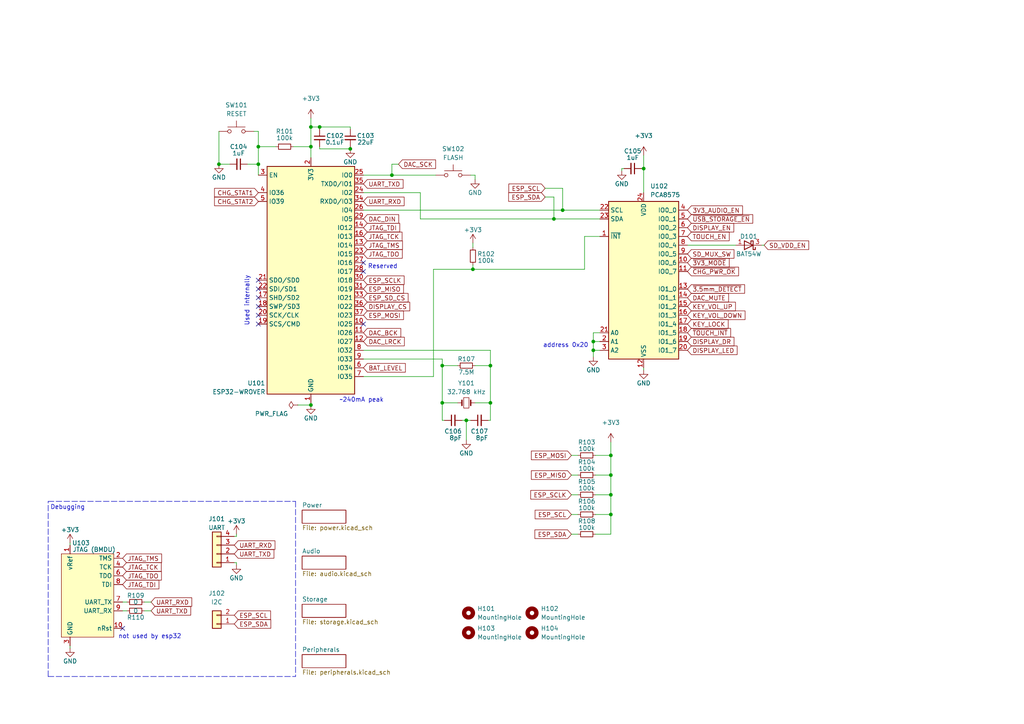
<source format=kicad_sch>
(kicad_sch (version 20211123) (generator eeschema)
  (paper "A4")
  (title_block (date "2022-09-04") (rev "1"))
  (lib_symbols
    (symbol "Connector_Generic:Conn_01x02" (pin_names (offset 1.016) hide)
      (property "Reference" "J" (at 0 2.54 0))
      (property "Value" "Conn_01x02" (at 0 -5.08 0))
      (symbol "Conn_01x02_1_1"
        (rectangle (start -1.27 -2.413) (end 0 -2.667) (stroke (width 0.1524)))
        (rectangle (start -1.27 0.127) (end 0 -0.127) (stroke (width 0.1524)))
        (rectangle (start -1.27 1.27) (end 1.27 -3.81) (stroke (width 0.254)) (fill (type background)))
        (pin passive line (at -5.08 0 0) (length 3.81) (name "Pin_1") (number "1"))
        (pin passive line (at -5.08 -2.54 0) (length 3.81) (name "Pin_2") (number "2"))
      )
    )
    (symbol "Connector_Generic:Conn_01x04" (pin_names (offset 1.016) hide)
      (property "Reference" "J" (at 0 5.08 0))
      (property "Value" "Conn_01x04" (at 0 -7.62 0))
      (symbol "Conn_01x04_1_1"
        (rectangle (start -1.27 -4.953) (end 0 -5.207) (stroke (width 0.1524)))
        (rectangle (start -1.27 -2.413) (end 0 -2.667) (stroke (width 0.1524)))
        (rectangle (start -1.27 0.127) (end 0 -0.127) (stroke (width 0.1524)))
        (rectangle (start -1.27 2.667) (end 0 2.413) (stroke (width 0.1524)))
        (rectangle (start -1.27 3.81) (end 1.27 -6.35) (stroke (width 0.254)) (fill (type background)))
        (pin passive line (at -5.08 2.54 0) (length 3.81) (name "Pin_1") (number "1"))
        (pin passive line (at -5.08 0 0) (length 3.81) (name "Pin_2") (number "2"))
        (pin passive line (at -5.08 -2.54 0) (length 3.81) (name "Pin_3") (number "3"))
        (pin passive line (at -5.08 -5.08 0) (length 3.81) (name "Pin_4") (number "4"))
      )
    )
    (symbol "Device:C_Small" (pin_numbers hide) (pin_names (offset 0.254) hide)
      (property "Reference" "C" (at 0.254 1.778 0))
      (property "Value" "C_Small" (at 0.254 -2.032 0))
      (symbol "C_Small_0_1"
        (polyline (pts (xy -1.524 -0.508) (xy 1.524 -0.508)) (stroke (width 0.3302)))
        (polyline (pts (xy -1.524 0.508) (xy 1.524 0.508)) (stroke (width 0.3048)))
      )
      (symbol "C_Small_1_1"
        (pin passive line (at 0 2.54 270) (length 2.032) (name "~") (number "1"))
        (pin passive line (at 0 -2.54 90) (length 2.032) (name "~") (number "2"))
      )
    )
    (symbol "Device:Crystal_Small" (pin_numbers hide) (pin_names (offset 1.016) hide)
      (property "Reference" "Y" (at 0 2.54 0))
      (property "Value" "Crystal_Small" (at 0 -2.54 0))
      (symbol "Crystal_Small_0_1"
        (rectangle (start -0.762 -1.524) (end 0.762 1.524))
        (polyline (pts (xy -1.27 -0.762) (xy -1.27 0.762)) (stroke (width 0.381)))
        (polyline (pts (xy 1.27 -0.762) (xy 1.27 0.762)) (stroke (width 0.381)))
      )
      (symbol "Crystal_Small_1_1"
        (pin passive line (at -2.54 0 0) (length 1.27) (name "1") (number "1"))
        (pin passive line (at 2.54 0 180) (length 1.27) (name "2") (number "2"))
      )
    )
    (symbol "Device:R_Small" (pin_numbers hide) (pin_names (offset 0.254) hide)
      (property "Reference" "R" (at 0.762 0.508 0))
      (property "Value" "R_Small" (at 0.762 -1.016 0))
      (symbol "R_Small_0_1"
        (rectangle (start -0.762 1.778) (end 0.762 -1.778) (stroke (width 0.2032)))
      )
      (symbol "R_Small_1_1"
        (pin passive line (at 0 2.54 270) (length 0.762) (name "~") (number "1"))
        (pin passive line (at 0 -2.54 90) (length 0.762) (name "~") (number "2"))
      )
    )
    (symbol "Diode:BAT54W" (pin_names (offset 1.016) hide)
      (property "Reference" "D" (at 0 2.54 0))
      (property "Value" "BAT54W" (at 0 -2.54 0))
      (symbol "BAT54W_0_1"
        (polyline (pts (xy 1.27 0) (xy -1.27 0)))
        (polyline (pts (xy 1.27 1.27) (xy 1.27 -1.27) (xy -1.27 0) (xy 1.27 1.27)) (stroke (width 0.254)))
        (polyline (pts (xy -1.905 0.635) (xy -1.905 1.27) (xy -1.27 1.27) (xy -1.27 -1.27) (xy -0.635 -1.27) (xy -0.635 -0.635)) (stroke (width 0.254)))
      )
      (symbol "BAT54W_1_1"
        (pin passive line (at 3.81 0 180) (length 2.54) (name "A") (number "1"))
        (pin no_connect line (at 0 0 90) (length 2.54) hide (name "NC") (number "2"))
        (pin passive line (at -3.81 0 0) (length 2.54) (name "K") (number "3"))
      )
    )
    (symbol "Interface_Expansion:PCA9555D"
      (property "Reference" "U" (at -8.89 24.13 0))
      (property "Value" "PCA9555D" (at 6.35 24.13 0))
      (symbol "PCA9555D_0_1"
        (rectangle (start -10.16 22.86) (end 10.16 -22.86) (stroke (width 0.254)) (fill (type background)))
      )
      (symbol "PCA9555D_1_1"
        (pin open_collector line (at -12.7 12.7 0) (length 2.54) (name "~{INT}") (number "1"))
        (pin bidirectional line (at 12.7 5.08 180) (length 2.54) (name "IO0_6") (number "10"))
        (pin bidirectional line (at 12.7 2.54 180) (length 2.54) (name "IO0_7") (number "11"))
        (pin power_in line (at 0 -25.4 90) (length 2.54) (name "VSS") (number "12"))
        (pin bidirectional line (at 12.7 -2.54 180) (length 2.54) (name "IO1_0") (number "13"))
        (pin bidirectional line (at 12.7 -5.08 180) (length 2.54) (name "IO1_1") (number "14"))
        (pin bidirectional line (at 12.7 -7.62 180) (length 2.54) (name "IO1_2") (number "15"))
        (pin bidirectional line (at 12.7 -10.16 180) (length 2.54) (name "IO1_3") (number "16"))
        (pin bidirectional line (at 12.7 -12.7 180) (length 2.54) (name "IO1_4") (number "17"))
        (pin bidirectional line (at 12.7 -15.24 180) (length 2.54) (name "IO1_5") (number "18"))
        (pin bidirectional line (at 12.7 -17.78 180) (length 2.54) (name "IO1_6") (number "19"))
        (pin input line (at -12.7 -17.78 0) (length 2.54) (name "A1") (number "2"))
        (pin bidirectional line (at 12.7 -20.32 180) (length 2.54) (name "IO1_7") (number "20"))
        (pin input line (at -12.7 -15.24 0) (length 2.54) (name "A0") (number "21"))
        (pin input line (at -12.7 20.32 0) (length 2.54) (name "SCL") (number "22"))
        (pin bidirectional line (at -12.7 17.78 0) (length 2.54) (name "SDA") (number "23"))
        (pin power_in line (at 0 25.4 270) (length 2.54) (name "VDD") (number "24"))
        (pin input line (at -12.7 -20.32 0) (length 2.54) (name "A2") (number "3"))
        (pin bidirectional line (at 12.7 20.32 180) (length 2.54) (name "IO0_0") (number "4"))
        (pin bidirectional line (at 12.7 17.78 180) (length 2.54) (name "IO0_1") (number "5"))
        (pin bidirectional line (at 12.7 15.24 180) (length 2.54) (name "IO0_2") (number "6"))
        (pin bidirectional line (at 12.7 12.7 180) (length 2.54) (name "IO0_3") (number "7"))
        (pin bidirectional line (at 12.7 10.16 180) (length 2.54) (name "IO0_4") (number "8"))
        (pin bidirectional line (at 12.7 7.62 180) (length 2.54) (name "IO0_5") (number "9"))
      )
    )
    (symbol "Mechanical:MountingHole" (pin_names (offset 1.016))
      (property "Reference" "H" (at 0 5.08 0))
      (property "Value" "MountingHole" (at 0 3.175 0))
      (symbol "MountingHole_0_1"
        (circle (center 0 0) (radius 1.27) (stroke (width 1.27)))
      )
    )
    (symbol "RF_Module:ESP32-WROOM-32U"
      (property "Reference" "U101" (at -18.415 -29.845 0))
      (property "Value" "ESP32-WROOM-32UE" (at -34.29 -32.385 0))
      (symbol "ESP32-WROOM-32U_0_1"
        (rectangle (start -12.7 33.02) (end 12.7 -33.02) (stroke (width 0.254)) (fill (type background)))
      )
      (symbol "ESP32-WROOM-32U_1_1"
        (pin power_in line (at 0 -35.56 90) (length 2.54) (name "GND") (number "1"))
        (pin bidirectional line (at 15.24 -12.7 180) (length 2.54) (name "IO25") (number "10"))
        (pin bidirectional line (at 15.24 -15.24 180) (length 2.54) (name "IO26") (number "11"))
        (pin bidirectional line (at 15.24 -17.78 180) (length 2.54) (name "IO27") (number "12"))
        (pin bidirectional line (at 15.24 10.16 180) (length 2.54) (name "IO14") (number "13"))
        (pin bidirectional line (at 15.24 15.24 180) (length 2.54) (name "IO12") (number "14"))
        (pin passive line (at 0 -35.56 90) (length 2.54) hide (name "GND") (number "15"))
        (pin bidirectional line (at 15.24 12.7 180) (length 2.54) (name "IO13") (number "16"))
        (pin bidirectional line (at -15.24 -5.08 0) (length 2.54) (name "SHD/SD2") (number "17"))
        (pin bidirectional line (at -15.24 -7.62 0) (length 2.54) (name "SWP/SD3") (number "18"))
        (pin bidirectional line (at -15.24 -12.7 0) (length 2.54) (name "SCS/CMD") (number "19"))
        (pin power_in line (at 0 35.56 270) (length 2.54) (name "3V3") (number "2"))
        (pin bidirectional line (at -15.24 -10.16 0) (length 2.54) (name "SCK/CLK") (number "20"))
        (pin bidirectional line (at -15.24 0 0) (length 2.54) (name "SDO/SD0") (number "21"))
        (pin bidirectional line (at -15.24 -2.54 0) (length 2.54) (name "SDI/SD1") (number "22"))
        (pin bidirectional line (at 15.24 7.62 180) (length 2.54) (name "IO15") (number "23"))
        (pin bidirectional line (at 15.24 25.4 180) (length 2.54) (name "IO2") (number "24"))
        (pin bidirectional line (at 15.24 30.48 180) (length 2.54) (name "IO0") (number "25"))
        (pin bidirectional line (at 15.24 20.32 180) (length 2.54) (name "IO4") (number "26"))
        (pin bidirectional line (at 15.24 5.08 180) (length 2.54) (name "IO16") (number "27"))
        (pin bidirectional line (at 15.24 2.54 180) (length 2.54) (name "IO17") (number "28"))
        (pin bidirectional line (at 15.24 17.78 180) (length 2.54) (name "IO5") (number "29"))
        (pin input line (at -15.24 30.48 0) (length 2.54) (name "EN") (number "3"))
        (pin bidirectional line (at 15.24 0 180) (length 2.54) (name "IO18") (number "30"))
        (pin bidirectional line (at 15.24 -2.54 180) (length 2.54) (name "IO19") (number "31"))
        (pin no_connect line (at -12.7 -27.94 0) (length 2.54) hide (name "NC") (number "32"))
        (pin bidirectional line (at 15.24 -5.08 180) (length 2.54) (name "IO21") (number "33"))
        (pin bidirectional line (at 15.24 22.86 180) (length 2.54) (name "RXD0/IO3") (number "34"))
        (pin bidirectional line (at 15.24 27.94 180) (length 2.54) (name "TXD0/IO1") (number "35"))
        (pin bidirectional line (at 15.24 -7.62 180) (length 2.54) (name "IO22") (number "36"))
        (pin bidirectional line (at 15.24 -10.16 180) (length 2.54) (name "IO23") (number "37"))
        (pin passive line (at 0 -35.56 90) (length 2.54) hide (name "GND") (number "38"))
        (pin passive line (at 0 -35.56 90) (length 2.54) hide (name "GND") (number "39"))
        (pin input line (at -15.24 25.4 0) (length 2.54) (name "IO36") (number "4"))
        (pin input line (at -15.24 22.86 0) (length 2.54) (name "IO39") (number "5"))
        (pin input line (at 15.24 -25.4 180) (length 2.54) (name "IO34") (number "6"))
        (pin input line (at 15.24 -27.94 180) (length 2.54) (name "IO35") (number "7"))
        (pin bidirectional line (at 15.24 -20.32 180) (length 2.54) (name "IO32") (number "8"))
        (pin bidirectional line (at 15.24 -22.86 180) (length 2.54) (name "IO33") (number "9"))
      )
    )
    (symbol "Switch:SW_Push" (pin_numbers hide) (pin_names (offset 1.016) hide)
      (property "Reference" "SW" (at 1.27 2.54 0))
      (property "Value" "SW_Push" (at 0 -1.524 0))
      (symbol "SW_Push_0_1"
        (circle (center -2.032 0) (radius 0.508))
        (polyline (pts (xy 0 1.27) (xy 0 3.048)))
        (polyline (pts (xy 2.54 1.27) (xy -2.54 1.27)))
        (circle (center 2.032 0) (radius 0.508))
        (pin passive line (at -5.08 0 0) (length 2.54) (name "1") (number "1"))
        (pin passive line (at 5.08 0 180) (length 2.54) (name "2") (number "2"))
      )
    )
    (symbol "power:+3V3" (power) (pin_names (offset 0))
      (property "Value" "+3V3" (at 0 3.556 0))
      (symbol "+3V3_0_1"
        (polyline (pts (xy -0.762 1.27) (xy 0 2.54)))
        (polyline (pts (xy 0 0) (xy 0 2.54)))
        (polyline (pts (xy 0 2.54) (xy 0.762 1.27)))
      )
      (symbol "+3V3_1_1"
        (pin power_in line (at 0 0 90) (length 0) hide (name "+3V3") (number "1"))
      )
    )
    (symbol "power:GND" (power) (pin_names (offset 0))
      (property "Value" "GND" (at 0 -3.81 0))
      (symbol "GND_0_1"
        (polyline (pts (xy 0 0) (xy 0 -1.27) (xy 1.27 -1.27) (xy 0 -2.54) (xy -1.27 -1.27) (xy 0 -1.27)))
      )
      (symbol "GND_1_1"
        (pin power_in line (at 0 0 270) (length 0) hide (name "GND") (number "1"))
      )
    )
    (symbol "power:PWR_FLAG" (power) (pin_numbers hide) (pin_names (offset 0) hide)
      (property "Value" "PWR_FLAG" (at 0 3.81 0))
      (symbol "PWR_FLAG_0_0"
        (pin power_out line (at 0 0 90) (length 0) (name "pwr") (number "1"))
      )
      (symbol "PWR_FLAG_0_1"
        (polyline (pts (xy 0 0) (xy 0 1.27) (xy -1.016 1.905) (xy 0 2.54) (xy 1.016 1.905) (xy 0 1.27)))
      )
    )
    (symbol "symbols:BMDU"
      (property "Reference" "U" (at -5.08 6.35 0))
      (property "Value" "BMDU" (at -5.08 6.35 0))
      (symbol "BMDU_0_0"
        (pin unspecified line (at -5.08 20.32 270) (length 2.54) (name "vRef") (number "1"))
        (pin unspecified line (at 10.16 -3.81 180) (length 2.54) (name "nRst") (number "10"))
        (pin unspecified line (at 10.16 16.51 180) (length 2.54) (name "TMS") (number "2"))
        (pin unspecified line (at -5.08 -8.89 90) (length 2.54) (name "GND") (number "3"))
        (pin unspecified line (at 10.16 13.97 180) (length 2.54) (name "TCK") (number "4"))
        (pin unspecified line (at -5.08 -8.89 90) (length 2.54) hide (name "GND") (number "5"))
        (pin unspecified line (at 10.16 11.43 180) (length 2.54) (name "TDO") (number "6"))
        (pin unspecified line (at 10.16 3.81 180) (length 2.54) (name "UART_TX") (number "7"))
        (pin unspecified line (at 10.16 8.89 180) (length 2.54) (name "TDI") (number "8"))
        (pin unspecified line (at 10.16 1.27 180) (length 2.54) (name "UART_RX") (number "9"))
      )
      (symbol "BMDU_0_1"
        (rectangle (start -7.62 17.78) (end 7.62 -6.35) (fill (type background)))
      )
    )
  )
  (junction (at 90.17 42.545))
  (junction (at 128.27 106.045))
  (junction (at 177.165 143.51))
  (junction (at 137.16 78.105))
  (junction (at 113.665 50.8))
  (junction (at 163.195 60.96))
  (junction (at 177.165 132.08))
  (junction (at 172.085 101.6))
  (junction (at 135.255 121.92))
  (junction (at 101.6 43.18))
  (junction (at 63.5 47.625))
  (junction (at 160.655 63.5))
  (junction (at 74.93 47.625))
  (junction (at 172.085 99.06))
  (junction (at 92.71 36.83))
  (junction (at 142.24 106.045))
  (junction (at 177.165 137.795))
  (junction (at 90.17 36.83))
  (junction (at 142.24 116.84))
  (junction (at 128.27 116.84))
  (junction (at 177.165 149.225))
  (junction (at 74.93 42.545))
  (junction (at 186.69 48.895))
  (junction (at 90.17 117.475))
  (no_connect (at 74.93 81.28))
  (no_connect (at 74.93 83.82))
  (no_connect (at 74.93 86.36))
  (no_connect (at 74.93 88.9))
  (no_connect (at 74.93 91.44))
  (no_connect (at 74.93 93.98))
  (no_connect (at 105.41 76.2))
  (no_connect (at 105.41 78.74))
  (no_connect (at 35.56 182.245))
  (no_connect (at 105.41 93.98))
  (wire (pts (xy 165.735 149.225) (xy 167.64 149.225)))
  (wire (pts (xy 173.99 99.06) (xy 172.085 99.06)))
  (wire (pts (xy 128.27 116.84) (xy 132.715 116.84)))
  (wire (pts (xy 172.72 149.225) (xy 177.165 149.225)))
  (wire (pts (xy 180.975 48.895) (xy 180.34 48.895)))
  (wire (pts (xy 142.24 106.045) (xy 142.24 116.84)))
  (wire (pts (xy 36.8151 177.165) (xy 35.56 177.165)))
  (wire (pts (xy 169.545 78.105) (xy 137.16 78.105)))
  (wire (pts (xy 113.665 47.625) (xy 113.665 50.8)))
  (wire (pts (xy 172.085 96.52) (xy 172.085 99.06)))
  (wire (pts (xy 172.72 132.08) (xy 177.165 132.08)))
  (wire (pts (xy 165.735 143.51) (xy 167.64 143.51)))
  (wire (pts (xy 73.66 38.1) (xy 74.93 38.1)))
  (wire (pts (xy 128.27 116.84) (xy 128.27 121.92)))
  (wire (pts (xy 137.795 50.8) (xy 137.795 52.07)))
  (wire (pts (xy 105.41 101.6) (xy 142.24 101.6)))
  (wire (pts (xy 92.71 42.545) (xy 92.71 43.18)))
  (wire (pts (xy 63.5 38.1) (xy 63.5 47.625)))
  (wire (pts (xy 105.41 104.14) (xy 128.27 104.14)))
  (wire (pts (xy 177.165 143.51) (xy 177.165 149.225)))
  (wire (pts (xy 90.17 36.83) (xy 90.17 42.545)))
  (wire (pts (xy 121.92 55.88) (xy 121.92 63.5)))
  (wire (pts (xy 85.09 42.545) (xy 90.17 42.545)))
  (wire (pts (xy 158.115 54.61) (xy 163.195 54.61)))
  (wire (pts (xy 105.41 55.88) (xy 121.92 55.88)))
  (wire (pts (xy 165.735 137.795) (xy 167.64 137.795)))
  (wire (pts (xy 74.93 38.1) (xy 74.93 42.545)))
  (wire (pts (xy 67.945 163.195) (xy 68.58 163.195)))
  (wire (pts (xy 165.735 132.08) (xy 167.64 132.08)))
  (wire (pts (xy 135.255 121.92) (xy 135.255 127.635)))
  (wire (pts (xy 71.755 47.625) (xy 74.93 47.625)))
  (wire (pts (xy 90.17 117.475) (xy 90.17 116.84)))
  (wire (pts (xy 74.93 42.545) (xy 74.93 47.625)))
  (wire (pts (xy 92.71 36.83) (xy 101.6 36.83)))
  (wire (pts (xy 20.32 157.48) (xy 20.32 158.115)))
  (wire (pts (xy 186.69 107.315) (xy 186.69 106.68)))
  (wire (pts (xy 36.83 174.625) (xy 35.56 174.625)))
  (wire (pts (xy 43.815 177.165) (xy 41.8951 177.165)))
  (polyline (pts (xy 13.97 196.215) (xy 13.97 145.415)))
  (wire (pts (xy 221.615 71.12) (xy 220.98 71.12)))
  (wire (pts (xy 177.165 128.27) (xy 177.165 132.08)))
  (wire (pts (xy 105.41 50.8) (xy 113.665 50.8)))
  (wire (pts (xy 142.24 101.6) (xy 142.24 106.045)))
  (wire (pts (xy 186.69 45.085) (xy 186.69 48.895)))
  (wire (pts (xy 172.72 143.51) (xy 177.165 143.51)))
  (wire (pts (xy 177.165 149.225) (xy 177.165 154.94)))
  (wire (pts (xy 177.165 154.94) (xy 172.72 154.94)))
  (wire (pts (xy 101.6 37.465) (xy 101.6 36.83)))
  (wire (pts (xy 115.57 47.625) (xy 113.665 47.625)))
  (wire (pts (xy 133.985 121.92) (xy 135.255 121.92)))
  (wire (pts (xy 90.17 42.545) (xy 90.17 45.72)))
  (wire (pts (xy 169.545 68.58) (xy 173.99 68.58)))
  (wire (pts (xy 128.27 106.045) (xy 132.715 106.045)))
  (wire (pts (xy 128.27 106.045) (xy 128.27 116.84)))
  (wire (pts (xy 136.525 50.8) (xy 137.795 50.8)))
  (wire (pts (xy 177.165 137.795) (xy 177.165 143.51)))
  (wire (pts (xy 68.58 154.94) (xy 68.58 155.575)))
  (wire (pts (xy 113.665 50.8) (xy 126.365 50.8)))
  (wire (pts (xy 163.195 60.96) (xy 173.99 60.96)))
  (wire (pts (xy 142.24 116.84) (xy 142.24 121.92)))
  (wire (pts (xy 169.545 68.58) (xy 169.545 78.105)))
  (wire (pts (xy 63.5 47.625) (xy 66.675 47.625)))
  (wire (pts (xy 105.41 60.96) (xy 163.195 60.96)))
  (wire (pts (xy 90.17 34.29) (xy 90.17 36.83)))
  (wire (pts (xy 128.27 104.14) (xy 128.27 106.045)))
  (wire (pts (xy 90.17 36.83) (xy 92.71 36.83)))
  (wire (pts (xy 92.71 43.18) (xy 101.6 43.18)))
  (wire (pts (xy 172.085 99.06) (xy 172.085 101.6)))
  (wire (pts (xy 213.36 71.12) (xy 199.39 71.12)))
  (wire (pts (xy 160.655 57.15) (xy 160.655 63.5)))
  (wire (pts (xy 105.41 109.22) (xy 125.73 109.22)))
  (wire (pts (xy 86.36 117.475) (xy 90.17 117.475)))
  (wire (pts (xy 74.93 47.625) (xy 74.93 50.8)))
  (wire (pts (xy 137.16 71.755) (xy 137.16 70.485)))
  (wire (pts (xy 80.01 42.545) (xy 74.93 42.545)))
  (wire (pts (xy 180.34 48.895) (xy 180.34 49.53)))
  (wire (pts (xy 137.795 106.045) (xy 142.24 106.045)))
  (polyline (pts (xy 13.97 145.415) (xy 85.725 145.415)))
  (wire (pts (xy 186.055 48.895) (xy 186.69 48.895)))
  (wire (pts (xy 172.72 137.795) (xy 177.165 137.795)))
  (wire (pts (xy 173.99 101.6) (xy 172.085 101.6)))
  (wire (pts (xy 186.69 48.895) (xy 186.69 55.88)))
  (wire (pts (xy 141.605 121.92) (xy 142.24 121.92)))
  (wire (pts (xy 135.255 121.92) (xy 136.525 121.92)))
  (wire (pts (xy 163.195 54.61) (xy 163.195 60.96)))
  (wire (pts (xy 160.655 63.5) (xy 173.99 63.5)))
  (wire (pts (xy 43.815 174.625) (xy 41.91 174.625)))
  (wire (pts (xy 68.58 155.575) (xy 67.945 155.575)))
  (wire (pts (xy 92.71 36.83) (xy 92.71 37.465)))
  (wire (pts (xy 158.115 57.15) (xy 160.655 57.15)))
  (wire (pts (xy 101.6 43.18) (xy 101.6 42.545)))
  (wire (pts (xy 125.73 78.105) (xy 125.73 109.22)))
  (wire (pts (xy 177.165 132.08) (xy 177.165 137.795)))
  (wire (pts (xy 172.085 101.6) (xy 172.085 103.505)))
  (wire (pts (xy 128.905 121.92) (xy 128.27 121.92)))
  (polyline (pts (xy 13.97 196.215) (xy 85.725 196.215)))
  (wire (pts (xy 121.92 63.5) (xy 160.655 63.5)))
  (wire (pts (xy 20.32 187.325) (xy 20.32 187.96)))
  (wire (pts (xy 137.16 76.835) (xy 137.16 78.105)))
  (polyline (pts (xy 85.725 145.415) (xy 85.725 196.215)))
  (wire (pts (xy 137.16 78.105) (xy 125.73 78.105)))
  (wire (pts (xy 165.735 154.94) (xy 167.64 154.94)))
  (wire (pts (xy 137.795 116.84) (xy 142.24 116.84)))
  (wire (pts (xy 68.58 163.195) (xy 68.58 163.83)))
  (wire (pts (xy 173.99 96.52) (xy 172.085 96.52)))
  (text "~240mA peak" (at 98.425 116.84 0) (effects (font (size 1.27 1.27)) (justify left bottom)))
  (text "not used by esp32" (at 34.29 185.42 0) (effects (font (size 1.27 1.27)) (justify left bottom)))
  (text "Used internally" (at 72.39 94.615 90) (effects (font (size 1.27 1.27)) (justify left bottom)))
  (text "address 0x20" (at 157.48 100.965 0) (effects (font (size 1.27 1.27)) (justify left bottom)))
  (text "Debugging" (at 14.605 147.955 0) (effects (font (size 1.27 1.27)) (justify left bottom)))
  (text "Reserved" (at 106.68 78.105 0) (effects (font (size 1.27 1.27)) (justify left bottom)))
  (global_label "UART_TXD" (shape input) (at 105.41 53.34 0) (property "Intersheet References" "${INTERSHEET_REFS}" (effects hide)))
  (global_label "CHG_STAT1" (shape input) (at 74.93 55.88 180) (property "Intersheet References" "${INTERSHEET_REFS}" (effects hide)))
  (global_label "JTAG_TDI" (shape input) (at 35.56 169.545 0) (property "Intersheet References" "${INTERSHEET_REFS}" (effects hide)))
  (global_label "JTAG_TCK" (shape input) (at 35.56 164.465 0) (property "Intersheet References" "${INTERSHEET_REFS}" (effects hide)))
  (global_label "JTAG_TDO" (shape input) (at 35.56 167.005 0) (property "Intersheet References" "${INTERSHEET_REFS}" (effects hide)))
  (global_label "KEY_VOL_DOWN" (shape input) (at 199.39 91.44 0) (property "Intersheet References" "${INTERSHEET_REFS}" (effects hide)))
  (global_label "DAC_LRCK" (shape input) (at 105.41 99.06 0) (property "Intersheet References" "${INTERSHEET_REFS}" (effects hide)))
  (global_label "BAT_LEVEL" (shape input) (at 105.41 106.68 0) (property "Intersheet References" "${INTERSHEET_REFS}" (effects hide)))
  (global_label "UART_RXD" (shape input) (at 67.945 158.115 0) (property "Intersheet References" "${INTERSHEET_REFS}" (effects hide)))
  (global_label "UART_RXD" (shape input) (at 105.41 58.42 0) (property "Intersheet References" "${INTERSHEET_REFS}" (effects hide)))
  (global_label "DAC_SCK" (shape input) (at 115.57 47.625 0) (property "Intersheet References" "${INTERSHEET_REFS}" (effects hide)))
  (global_label "ESP_MOSI" (shape input) (at 105.41 91.44 0) (property "Intersheet References" "${INTERSHEET_REFS}" (effects hide)))
  (global_label "DAC_BCK" (shape input) (at 105.41 96.52 0) (property "Intersheet References" "${INTERSHEET_REFS}" (effects hide)))
  (global_label "~{TOUCH_INT}" (shape input) (at 199.39 96.52 0) (property "Intersheet References" "${INTERSHEET_REFS}" (effects hide)))
  (global_label "DISPLAY_EN" (shape input) (at 199.39 66.04 0) (property "Intersheet References" "${INTERSHEET_REFS}" (effects hide)))
  (global_label "KEY_VOL_UP" (shape input) (at 199.39 88.9 0) (property "Intersheet References" "${INTERSHEET_REFS}" (effects hide)))
  (global_label "ESP_SCL" (shape input) (at 165.735 149.225 180) (property "Intersheet References" "${INTERSHEET_REFS}" (effects hide)))
  (global_label "ESP_SCL" (shape input) (at 67.945 178.435 0) (property "Intersheet References" "${INTERSHEET_REFS}" (effects hide)))
  (global_label "~{CHG_PWR_OK}" (shape input) (at 199.39 78.74 0) (property "Intersheet References" "${INTERSHEET_REFS}" (effects hide)))
  (global_label "ESP_SDA" (shape input) (at 165.735 154.94 180) (property "Intersheet References" "${INTERSHEET_REFS}" (effects hide)))
  (global_label "ESP_SD_CS" (shape input) (at 105.41 86.36 0) (property "Intersheet References" "${INTERSHEET_REFS}" (effects hide)))
  (global_label "3V3_AUDIO_EN" (shape input) (at 199.39 60.96 0) (property "Intersheet References" "${INTERSHEET_REFS}" (effects hide)))
  (global_label "JTAG_TCK" (shape input) (at 105.41 68.58 0) (property "Intersheet References" "${INTERSHEET_REFS}" (effects hide)))
  (global_label "UART_TXD" (shape input) (at 67.945 160.655 0) (property "Intersheet References" "${INTERSHEET_REFS}" (effects hide)))
  (global_label "ESP_SCLK" (shape input) (at 165.735 143.51 180) (property "Intersheet References" "${INTERSHEET_REFS}" (effects hide)))
  (global_label "DAC_MUTE" (shape input) (at 199.39 86.36 0) (property "Intersheet References" "${INTERSHEET_REFS}" (effects hide)))
  (global_label "JTAG_TDO" (shape input) (at 105.41 73.66 0) (property "Intersheet References" "${INTERSHEET_REFS}" (effects hide)))
  (global_label "SD_VDD_EN" (shape input) (at 221.615 71.12 0) (property "Intersheet References" "${INTERSHEET_REFS}" (effects hide)))
  (global_label "~{USB_STORAGE_EN}" (shape input) (at 199.39 63.5 0) (property "Intersheet References" "${INTERSHEET_REFS}" (effects hide)))
  (global_label "CHG_STAT2" (shape input) (at 74.93 58.42 180) (property "Intersheet References" "${INTERSHEET_REFS}" (effects hide)))
  (global_label "TOUCH_EN" (shape input) (at 199.39 68.58 0) (property "Intersheet References" "${INTERSHEET_REFS}" (effects hide)))
  (global_label "DISPLAY_LED" (shape input) (at 199.39 101.6 0) (property "Intersheet References" "${INTERSHEET_REFS}" (effects hide)))
  (global_label "ESP_MISO" (shape input) (at 105.41 83.82 0) (property "Intersheet References" "${INTERSHEET_REFS}" (effects hide)))
  (global_label "~{3.5mm_DETECT}" (shape input) (at 199.39 83.82 0) (property "Intersheet References" "${INTERSHEET_REFS}" (effects hide)))
  (global_label "DISPLAY_DR" (shape input) (at 199.39 99.06 0) (property "Intersheet References" "${INTERSHEET_REFS}" (effects hide)))
  (global_label "UART_TXD" (shape input) (at 43.815 177.165 0) (property "Intersheet References" "${INTERSHEET_REFS}" (effects hide)))
  (global_label "KEY_LOCK" (shape input) (at 199.39 93.98 0) (property "Intersheet References" "${INTERSHEET_REFS}" (effects hide)))
  (global_label "ESP_MOSI" (shape input) (at 165.735 132.08 180) (property "Intersheet References" "${INTERSHEET_REFS}" (effects hide)))
  (global_label "JTAG_TDI" (shape input) (at 105.41 66.04 0) (property "Intersheet References" "${INTERSHEET_REFS}" (effects hide)))
  (global_label "ESP_SCLK" (shape input) (at 105.41 81.28 0) (property "Intersheet References" "${INTERSHEET_REFS}" (effects hide)))
  (global_label "SD_MUX_SW" (shape input) (at 199.39 73.66 0) (property "Intersheet References" "${INTERSHEET_REFS}" (effects hide)))
  (global_label "DISPLAY_CS" (shape input) (at 105.41 88.9 0) (property "Intersheet References" "${INTERSHEET_REFS}" (effects hide)))
  (global_label "UART_RXD" (shape input) (at 43.815 174.625 0) (property "Intersheet References" "${INTERSHEET_REFS}" (effects hide)))
  (global_label "ESP_SDA" (shape input) (at 67.945 180.975 0) (property "Intersheet References" "${INTERSHEET_REFS}" (effects hide)))
  (global_label "JTAG_TMS" (shape input) (at 105.41 71.12 0) (property "Intersheet References" "${INTERSHEET_REFS}" (effects hide)))
  (global_label "~{3V3_MODE}" (shape input) (at 199.39 76.2 0) (property "Intersheet References" "${INTERSHEET_REFS}" (effects hide)))
  (global_label "ESP_SDA" (shape input) (at 158.115 57.15 180) (property "Intersheet References" "${INTERSHEET_REFS}" (effects hide)))
  (global_label "ESP_SCL" (shape input) (at 158.115 54.61 180) (property "Intersheet References" "${INTERSHEET_REFS}" (effects hide)))
  (global_label "DAC_DIN" (shape input) (at 105.41 63.5 0) (property "Intersheet References" "${INTERSHEET_REFS}" (effects hide)))
  (global_label "ESP_MISO" (shape input) (at 165.735 137.795 180) (property "Intersheet References" "${INTERSHEET_REFS}" (effects hide)))
  (global_label "JTAG_TMS" (shape input) (at 35.56 161.925 0) (property "Intersheet References" "${INTERSHEET_REFS}" (effects hide)))
  (symbol (lib_id "power:+3V3") (at 68.58 154.94 0) (unit 1)
    (property "Reference" "#PWR?" (effects hide))
    (property "Value" "+3V3" (at 68.58 151.13 0))
  )
  (symbol (lib_id "Switch:SW_Push") (at 68.58 38.1 0) (unit 1)
    (property "Reference" "SW101" (at 68.58 30.48 0))
    (property "Value" "RESET" (at 68.58 33.02 0))
    (property "Footprint" "Button_Switch_SMD:SW_Push_1P1T-MP_NO_Horizontal_Alps_SKRTLAE010" (effects hide))
  )
  (symbol (lib_id "power:GND") (at 90.17 117.475 0) (unit 1)
    (property "Reference" "#PWR0115" (effects hide))
    (property "Value" "GND" (at 90.17 121.285 0))
  )
  (symbol (lib_id "power:+3V3") (at 20.32 157.48 0) (unit 1)
    (property "Reference" "#PWR0117" (effects hide))
    (property "Value" "+3V3" (at 20.32 153.67 0))
  )
  (symbol (lib_id "Device:C_Small") (at 183.515 48.895 270) (unit 1)
    (property "Reference" "C105" (at 183.515 43.815 90))
    (property "Value" "1uF" (at 183.515 45.72 90))
    (property "Footprint" "Capacitor_SMD:C_0805_2012Metric" (effects hide))
    (property "PN" "EMK212BJ105KG-T" (effects hide))
  )
  (symbol (lib_id "power:GND") (at 68.58 163.83 0) (unit 1)
    (property "Reference" "#PWR0103" (effects hide))
    (property "Value" "GND" (at 68.58 167.64 0))
  )
  (symbol (lib_id "Mechanical:MountingHole") (at 135.89 183.515 0) (unit 1) (in_bom no)
    (property "Reference" "H103" (at 138.43 182.2449 0) (effects (justify left)))
    (property "Value" "MountingHole" (at 138.43 184.7849 0) (effects (justify left)))
    (property "Footprint" "MountingHole:MountingHole_2.2mm_M2" (effects hide))
  )
  (symbol (lib_id "RF_Module:ESP32-WROOM-32U") (at 90.17 81.28 0) (unit 1)
    (property "Reference" "U101" (at 71.755 111.125 0) (effects (justify left)))
    (property "Value" "ESP32-WROVER" (at 61.595 113.665 0) (effects (justify left)))
    (property "Footprint" "footprints:ESP32-WROVER" (effects hide))
    (property "Datasheet" "https://www.espressif.com/sites/default/files/documentation/esp32-wroom-32d_esp32-wroom-32u_datasheet_en.pdf" (effects hide))
    (property "PN" "ESP32-WROVER-IE-N16R8" (effects hide))
  )
  (symbol (lib_id "Device:R_Small") (at 170.18 132.08 270) (mirror x) (unit 1)
    (property "Reference" "R103" (at 170.18 128.27 90))
    (property "Value" "100k" (at 170.18 130.175 90))
    (property "Footprint" "Resistor_SMD:R_0603_1608Metric" (effects hide))
    (property "PN" "RC0603JR-10100KL" (effects hide))
  )
  (symbol (lib_id "Device:C_Small") (at 139.065 121.92 90) (unit 1)
    (property "Reference" "C107" (at 141.605 125.095 90) (effects (justify left)))
    (property "Value" "8pF" (at 141.605 127 90) (effects (justify left)))
    (property "Footprint" "Capacitor_SMD:C_0603_1608Metric" (effects hide))
    (property "PN" "GQM1875C2E8R0CB12D" (effects hide))
  )
  (symbol (lib_id "Device:C_Small") (at 92.71 40.005 0) (unit 1)
    (property "Reference" "C102" (at 97.155 39.37 0))
    (property "Value" "0.1uF" (at 97.155 41.275 0))
    (property "Footprint" "Capacitor_SMD:C_0805_2012Metric" (effects hide))
    (property "PN" "0805YD104KAT2A" (effects hide))
  )
  (symbol (lib_id "power:GND") (at 20.32 187.96 0) (unit 1)
    (property "Reference" "#PWR0118" (effects hide))
    (property "Value" "GND" (at 20.32 191.77 0))
  )
  (symbol (lib_id "Device:R_Small") (at 39.3551 177.165 90) (unit 1)
    (property "Reference" "R110" (at 39.37 179.07 90))
    (property "Value" "0" (at 39.37 177.165 90))
    (property "Footprint" "Resistor_SMD:R_0603_1608Metric" (effects hide))
  )
  (symbol (lib_id "power:GND") (at 137.795 52.07 0) (unit 1)
    (property "Reference" "#PWR0127" (effects hide))
    (property "Value" "GND" (at 137.795 55.88 0))
  )
  (symbol (lib_id "Interface_Expansion:PCA9555D") (at 186.69 81.28 0) (unit 1)
    (property "Reference" "U102" (at 188.595 53.975 0) (effects (justify left)))
    (property "Value" "PCA8575" (at 188.595 56.515 0) (effects (justify left)))
    (property "Footprint" "Package_SO:SSOP-24_3.9x8.7mm_P0.635mm" (effects hide))
    (property "Datasheet" "https://www.nxp.com/docs/en/data-sheet/PCA9555.pdf" (effects hide))
    (property "PN" "PCA8575" (effects hide))
  )
  (symbol (lib_id "Device:R_Small") (at 170.18 143.51 270) (mirror x) (unit 1)
    (property "Reference" "R105" (at 170.18 139.7 90))
    (property "Value" "100k" (at 170.18 141.605 90))
    (property "Footprint" "Resistor_SMD:R_0603_1608Metric" (effects hide))
    (property "PN" "RC0603JR-10100KL" (effects hide))
  )
  (symbol (lib_id "Device:R_Small") (at 39.37 174.625 90) (unit 1)
    (property "Reference" "R109" (at 39.37 172.72 90))
    (property "Value" "0" (at 39.37 174.625 90))
    (property "Footprint" "Resistor_SMD:R_0603_1608Metric" (effects hide))
  )
  (symbol (lib_id "power:GND") (at 63.5 47.625 0) (unit 1)
    (property "Reference" "#PWR0107" (effects hide))
    (property "Value" "GND" (at 63.5 51.435 0))
  )
  (symbol (lib_id "power:GND") (at 180.34 49.53 0) (unit 1)
    (property "Reference" "#PWR0108" (effects hide))
    (property "Value" "GND" (at 180.34 53.34 0))
  )
  (symbol (lib_id "Device:R_Small") (at 135.255 106.045 90) (unit 1)
    (property "Reference" "R107" (at 135.255 104.14 90))
    (property "Value" "7.5M" (at 135.255 107.95 90))
    (property "Footprint" "Resistor_SMD:R_0603_1608Metric" (effects hide))
    (property "PN" "RC0603FR-077M5L" (effects hide))
  )
  (symbol (lib_id "Device:R_Small") (at 170.18 149.225 270) (mirror x) (unit 1)
    (property "Reference" "R106" (at 170.18 145.415 90))
    (property "Value" "100k" (at 170.18 147.32 90))
    (property "Footprint" "Resistor_SMD:R_0603_1608Metric" (effects hide))
    (property "PN" "RC0603JR-10100KL" (effects hide))
  )
  (symbol (lib_id "power:+3V3") (at 177.165 128.27 0) (unit 1)
    (property "Reference" "#PWR0101" (effects hide))
    (property "Value" "+3V3" (at 177.165 122.555 0))
  )
  (symbol (lib_id "Device:R_Small") (at 82.55 42.545 90) (unit 1)
    (property "Reference" "R101" (at 82.55 38.1 90))
    (property "Value" "100k" (at 82.55 40.005 90))
    (property "Footprint" "Resistor_SMD:R_0603_1608Metric" (effects hide))
    (property "PN" "RC0603JR-10100KL" (effects hide))
  )
  (symbol (lib_id "Device:C_Small") (at 131.445 121.92 90) (unit 1)
    (property "Reference" "C106" (at 133.985 125.095 90) (effects (justify left)))
    (property "Value" "8pF" (at 133.985 127 90) (effects (justify left)))
    (property "Footprint" "Capacitor_SMD:C_0603_1608Metric" (effects hide))
    (property "PN" "GQM1875C2E8R0CB12D" (effects hide))
  )
  (symbol (lib_id "Device:R_Small") (at 137.16 74.295 0) (unit 1)
    (property "Reference" "R102" (at 140.97 73.66 0))
    (property "Value" "100k" (at 140.97 75.565 0))
    (property "Footprint" "Resistor_SMD:R_0603_1608Metric" (effects hide))
    (property "PN" "RC0603JR-10100KL" (effects hide))
  )
  (symbol (lib_id "power:GND") (at 172.085 103.505 0) (unit 1)
    (property "Reference" "#PWR0113" (effects hide))
    (property "Value" "GND" (at 172.085 107.315 0))
  )
  (symbol (lib_id "power:+3V3") (at 137.16 70.485 0) (unit 1)
    (property "Reference" "#PWR0104" (effects hide))
    (property "Value" "+3V3" (at 137.16 66.675 0))
  )
  (symbol (lib_id "Connector_Generic:Conn_01x04") (at 62.865 160.655 180) (unit 1)
    (property "Reference" "J101" (at 62.865 150.495 0))
    (property "Value" "UART" (at 62.865 153.035 0))
    (property "Footprint" "Connector_Molex:Molex_PicoBlade_53261-0471_1x04-1MP_P1.25mm_Horizontal" (effects hide))
  )
  (symbol (lib_id "Device:C_Small") (at 101.6 40.005 0) (unit 1)
    (property "Reference" "C103" (at 106.045 39.37 0))
    (property "Value" "22uF" (at 106.045 41.275 0))
    (property "Footprint" "Capacitor_SMD:C_0805_2012Metric" (effects hide))
    (property "PN" "EMK212BBJ226MG-T " (effects hide))
  )
  (symbol (lib_id "power:+3V3") (at 186.69 45.085 0) (unit 1)
    (property "Reference" "#PWR0106" (effects hide))
    (property "Value" "+3V3" (at 186.69 39.37 0))
  )
  (symbol (lib_id "Device:R_Small") (at 170.18 137.795 270) (mirror x) (unit 1)
    (property "Reference" "R104" (at 170.18 133.985 90))
    (property "Value" "100k" (at 170.18 135.89 90))
    (property "Footprint" "Resistor_SMD:R_0603_1608Metric" (effects hide))
    (property "PN" "RC0603JR-10100KL" (effects hide))
  )
  (symbol (lib_id "Device:R_Small") (at 170.18 154.94 270) (mirror x) (unit 1)
    (property "Reference" "R108" (at 170.18 151.13 90))
    (property "Value" "100k" (at 170.18 153.035 90))
    (property "Footprint" "Resistor_SMD:R_0603_1608Metric" (effects hide))
    (property "PN" "RC0603JR-10100KL" (effects hide))
  )
  (symbol (lib_id "power:GND") (at 135.255 127.635 0) (unit 1)
    (property "Reference" "#PWR0116" (effects hide))
    (property "Value" "GND" (at 135.255 131.445 0))
  )
  (symbol (lib_id "Mechanical:MountingHole") (at 135.89 177.8 0) (unit 1) (in_bom no)
    (property "Reference" "H101" (at 138.43 176.5299 0) (effects (justify left)))
    (property "Value" "MountingHole" (at 138.43 179.0699 0) (effects (justify left)))
    (property "Footprint" "MountingHole:MountingHole_2.2mm_M2" (effects hide))
  )
  (symbol (lib_id "power:PWR_FLAG") (at 86.36 117.475 90) (unit 1)
    (property "Reference" "#FLG0101" (effects hide))
    (property "Value" "PWR_FLAG" (at 78.74 120.015 90))
  )
  (symbol (lib_id "symbols:BMDU") (at 25.4 178.435 0) (unit 1)
    (property "Reference" "U103" (at 23.495 157.48 0))
    (property "Value" "JTAG (BMDU)" (at 27.305 159.385 0))
    (property "Footprint" "Connector_PinHeader_1.27mm:PinHeader_2x05_P1.27mm_Vertical_SMD" (effects hide))
    (property "Datasheet" "SAM8796-ND" (effects hide))
    (property "PN" "FTSH-105-01-F-DV-K" (effects hide))
  )
  (symbol (lib_id "power:GND") (at 186.69 107.315 0) (unit 1)
    (property "Reference" "#PWR0114" (effects hide))
    (property "Value" "GND" (at 186.69 111.125 0))
  )
  (symbol (lib_id "power:+3V3") (at 90.17 34.29 0) (unit 1)
    (property "Reference" "#PWR0102" (effects hide))
    (property "Value" "+3V3" (at 90.17 28.575 0))
  )
  (symbol (lib_id "power:GND") (at 101.6 43.18 0) (unit 1)
    (property "Reference" "#PWR0105" (effects hide))
    (property "Value" "GND" (at 101.6 46.99 0))
  )
  (symbol (lib_id "Connector_Generic:Conn_01x02") (at 62.865 180.975 180) (unit 1)
    (property "Reference" "J102" (at 62.865 172.085 0))
    (property "Value" "I2C" (at 62.865 174.625 0))
    (property "Footprint" "footprints:i2c_tp" (effects hide))
  )
  (symbol (lib_id "Mechanical:MountingHole") (at 154.305 183.515 0) (unit 1) (in_bom no)
    (property "Reference" "H104" (at 156.845 182.2449 0) (effects (justify left)))
    (property "Value" "MountingHole" (at 156.845 184.7849 0) (effects (justify left)))
    (property "Footprint" "MountingHole:MountingHole_2.2mm_M2" (effects hide))
  )
  (symbol (lib_id "Switch:SW_Push") (at 131.445 50.8 0) (unit 1)
    (property "Reference" "SW102" (at 131.445 43.18 0))
    (property "Value" "FLASH" (at 131.445 45.72 0))
    (property "Footprint" "Button_Switch_SMD:SW_Push_SPST_NO_Alps_SKRK" (effects hide))
  )
  (symbol (lib_id "Device:Crystal_Small") (at 135.255 116.84 0) (unit 1)
    (property "Reference" "Y101" (at 135.255 111.125 0))
    (property "Value" "32.768 kHz" (at 135.255 113.665 0))
    (property "Footprint" "Crystal:Crystal_SMD_3215-2Pin_3.2x1.5mm" (effects hide))
    (property "PN" "FC-135 32.7680KA-AG0" (effects hide))
  )
  (symbol (lib_id "Diode:BAT54W") (at 217.17 71.12 180) (unit 1)
    (property "Reference" "D101" (at 217.17 68.58 0))
    (property "Value" "BAT54W" (at 217.17 73.66 0))
    (property "Footprint" "Package_TO_SOT_SMD:SOT-323_SC-70" (effects hide))
    (property "Datasheet" "https://assets.nexperia.com/documents/data-sheet/BAT54W_SER.pdf" (effects hide))
    (property "PN" "BAT54W" (effects hide))
  )
  (symbol (lib_id "Mechanical:MountingHole") (at 154.305 177.8 0) (unit 1) (in_bom no)
    (property "Reference" "H102" (at 156.845 176.5299 0) (effects (justify left)))
    (property "Value" "MountingHole" (at 156.845 179.0699 0) (effects (justify left)))
    (property "Footprint" "MountingHole:MountingHole_2.2mm_M2" (effects hide))
  )
  (symbol (lib_id "Device:C_Small") (at 69.215 47.625 270) (unit 1)
    (property "Reference" "C104" (at 69.215 42.545 90))
    (property "Value" "1uF" (at 69.215 44.45 90))
    (property "Footprint" "Capacitor_SMD:C_0805_2012Metric" (effects hide))
    (property "PN" "EMK212BJ105KG-T" (effects hide))
  )
  (sheet (at 87.63 147.955) (size 12.7 3.81) (stroke (width 0.1524))
    (property "Sheet name" "Power" (at 87.63 147.2434 0) (effects (justify left bottom)))
    (property "Sheet file" "power.kicad_sch" (at 87.63 152.3496 0) (effects (justify left top)))
  )
  (sheet (at 87.63 175.26) (size 12.7 3.81) (stroke (width 0.1524))
    (property "Sheet name" "Storage" (at 87.63 174.5484 0) (effects (justify left bottom)))
    (property "Sheet file" "storage.kicad_sch" (at 87.63 179.6546 0) (effects (justify left top)))
  )
  (sheet (at 87.63 161.29) (size 12.7 3.81) (stroke (width 0.1524))
    (property "Sheet name" "Audio" (at 87.63 160.5784 0) (effects (justify left bottom)))
    (property "Sheet file" "audio.kicad_sch" (at 87.63 165.6846 0) (effects (justify left top)))
  )
  (sheet (at 87.63 189.865) (size 12.7 3.81) (stroke (width 0.1524))
    (property "Sheet name" "Peripherals" (at 87.63 189.1534 0) (effects (justify left bottom)))
    (property "Sheet file" "peripherals.kicad_sch" (at 87.63 194.2596 0) (effects (justify left top)))
  )
)
</source>
